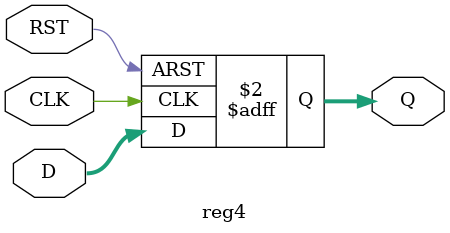
<source format=v>
module reg4(
    input [3:0] D,
    input CLK, RST,
    output reg [3:0] Q
);

always @(posedge CLK or posedge RST) begin
    if(RST)
        Q <= 4'b0000;
    else
        Q <= D;
end

endmodule

</source>
